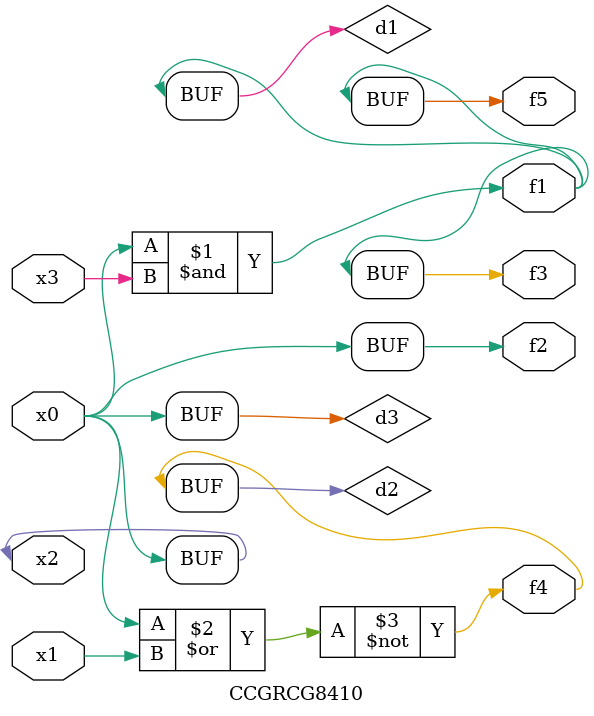
<source format=v>
module CCGRCG8410(
	input x0, x1, x2, x3,
	output f1, f2, f3, f4, f5
);

	wire d1, d2, d3;

	and (d1, x2, x3);
	nor (d2, x0, x1);
	buf (d3, x0, x2);
	assign f1 = d1;
	assign f2 = d3;
	assign f3 = d1;
	assign f4 = d2;
	assign f5 = d1;
endmodule

</source>
